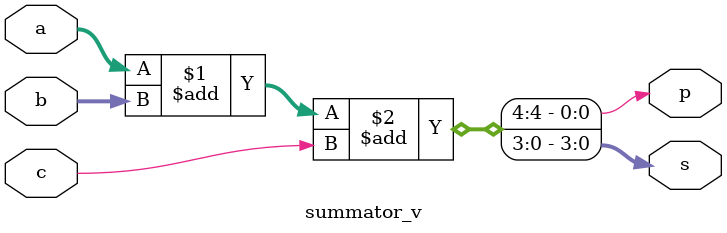
<source format=v>
module summator_v(
	input wire [3:0]a,
	input wire [3:0]b,
	input wire c,
	output wire [3:0]s,
	output wire p
);

assign {p, s} = a + b + c;

endmodule

</source>
